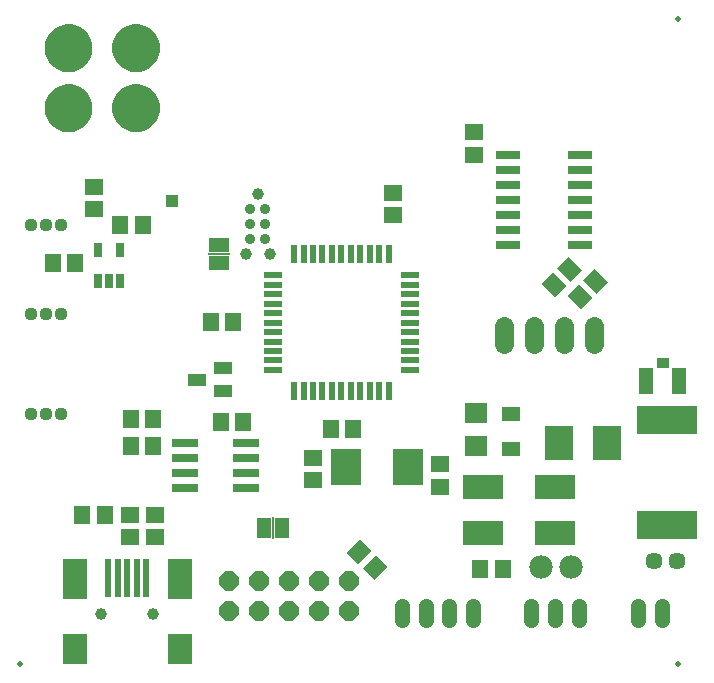
<source format=gbr>
G04 EAGLE Gerber X2 export*
%TF.Part,Single*%
%TF.FileFunction,Soldermask,Top,1*%
%TF.FilePolarity,Negative*%
%TF.GenerationSoftware,Autodesk,EAGLE,8.6.2*%
%TF.CreationDate,2018-02-22T14:22:40Z*%
G75*
%MOMM*%
%FSLAX34Y34*%
%LPD*%
%AMOC8*
5,1,8,0,0,1.08239X$1,22.5*%
G01*
%ADD10C,0.508000*%
%ADD11C,0.889000*%
%ADD12C,0.990600*%
%ADD13R,1.901600X1.701600*%
%ADD14R,1.501600X1.301600*%
%ADD15R,1.601600X0.601600*%
%ADD16R,0.601600X1.601600*%
%ADD17R,1.601600X1.401600*%
%ADD18R,1.401600X1.601600*%
%ADD19R,2.601600X3.101600*%
%ADD20R,2.101600X2.601600*%
%ADD21R,2.101600X3.401600*%
%ADD22R,0.601600X3.201600*%
%ADD23C,1.001600*%
%ADD24C,1.117600*%
%ADD25C,2.000000*%
%ADD26R,2.301600X0.701600*%
%ADD27R,1.006400X1.006400*%
%ADD28R,2.133600X0.762000*%
%ADD29R,5.181600X2.387600*%
%ADD30P,1.759533X8X202.500000*%
%ADD31R,1.270000X1.701800*%
%ADD32R,0.152400X1.828800*%
%ADD33R,3.501600X2.001600*%
%ADD34C,1.625600*%
%ADD35R,1.151600X2.301600*%
%ADD36R,1.101600X0.901600*%
%ADD37C,1.301600*%
%ADD38C,1.451600*%
%ADD39R,1.701800X1.270000*%
%ADD40R,1.828800X0.152400*%
%ADD41C,1.981200*%
%ADD42R,2.387600X2.895600*%
%ADD43R,1.501600X1.101600*%
%ADD44R,0.651600X1.301600*%


D10*
X574548Y17272D03*
X17272Y17272D03*
X574548Y563118D03*
D11*
X224790Y402590D03*
X224790Y389890D03*
X224790Y377190D03*
X212090Y377190D03*
X212090Y389890D03*
X212090Y402590D03*
D12*
X218440Y415290D03*
X208280Y364490D03*
X228600Y364490D03*
D13*
X403352Y201392D03*
X403352Y229392D03*
D14*
X432816Y228868D03*
X432816Y198868D03*
D15*
X231306Y346070D03*
X231306Y338070D03*
X231306Y330070D03*
X231306Y322070D03*
X231306Y314070D03*
X231306Y306070D03*
X231306Y298070D03*
X231306Y290070D03*
X231306Y282070D03*
X231306Y274070D03*
X231306Y266070D03*
D16*
X249306Y248070D03*
X257306Y248070D03*
X265306Y248070D03*
X273306Y248070D03*
X281306Y248070D03*
X289306Y248070D03*
X297306Y248070D03*
X305306Y248070D03*
X313306Y248070D03*
X321306Y248070D03*
X329306Y248070D03*
D15*
X347306Y266070D03*
X347306Y274070D03*
X347306Y282070D03*
X347306Y290070D03*
X347306Y298070D03*
X347306Y306070D03*
X347306Y314070D03*
X347306Y322070D03*
X347306Y330070D03*
X347306Y338070D03*
X347306Y346070D03*
D16*
X329306Y364070D03*
X321306Y364070D03*
X313306Y364070D03*
X305306Y364070D03*
X297306Y364070D03*
X289306Y364070D03*
X281306Y364070D03*
X273306Y364070D03*
X265306Y364070D03*
X257306Y364070D03*
X249306Y364070D03*
D17*
X265430Y172872D03*
X265430Y191872D03*
X372872Y167284D03*
X372872Y186284D03*
D18*
X280314Y215646D03*
X299314Y215646D03*
X178587Y306578D03*
X197587Y306578D03*
D19*
X293390Y183896D03*
X345690Y183896D03*
D20*
X152450Y29690D03*
X63450Y29690D03*
D21*
X152450Y88690D03*
X63450Y88690D03*
D22*
X91950Y89690D03*
X99950Y89690D03*
X107950Y89690D03*
X115950Y89690D03*
X123950Y89690D03*
D23*
X85950Y59690D03*
X129950Y59690D03*
D17*
X131572Y143612D03*
X131572Y124612D03*
X110236Y143612D03*
X110236Y124612D03*
D18*
X70002Y143256D03*
X89002Y143256D03*
D17*
X332994Y416154D03*
X332994Y397154D03*
D24*
X39116Y313182D03*
X51816Y313182D03*
X26416Y313182D03*
X39116Y388366D03*
X51816Y388366D03*
X26416Y388366D03*
X39370Y229108D03*
X52070Y229108D03*
X26670Y229108D03*
D25*
X48420Y538480D02*
X48423Y538725D01*
X48432Y538971D01*
X48447Y539216D01*
X48468Y539460D01*
X48495Y539704D01*
X48528Y539947D01*
X48567Y540190D01*
X48612Y540431D01*
X48663Y540671D01*
X48720Y540910D01*
X48782Y541147D01*
X48851Y541383D01*
X48925Y541617D01*
X49005Y541849D01*
X49090Y542079D01*
X49181Y542307D01*
X49278Y542532D01*
X49380Y542756D01*
X49488Y542976D01*
X49601Y543194D01*
X49719Y543409D01*
X49843Y543621D01*
X49971Y543830D01*
X50105Y544036D01*
X50244Y544238D01*
X50388Y544437D01*
X50537Y544632D01*
X50690Y544824D01*
X50848Y545012D01*
X51010Y545196D01*
X51178Y545375D01*
X51349Y545551D01*
X51525Y545722D01*
X51704Y545890D01*
X51888Y546052D01*
X52076Y546210D01*
X52268Y546363D01*
X52463Y546512D01*
X52662Y546656D01*
X52864Y546795D01*
X53070Y546929D01*
X53279Y547057D01*
X53491Y547181D01*
X53706Y547299D01*
X53924Y547412D01*
X54144Y547520D01*
X54368Y547622D01*
X54593Y547719D01*
X54821Y547810D01*
X55051Y547895D01*
X55283Y547975D01*
X55517Y548049D01*
X55753Y548118D01*
X55990Y548180D01*
X56229Y548237D01*
X56469Y548288D01*
X56710Y548333D01*
X56953Y548372D01*
X57196Y548405D01*
X57440Y548432D01*
X57684Y548453D01*
X57929Y548468D01*
X58175Y548477D01*
X58420Y548480D01*
X58665Y548477D01*
X58911Y548468D01*
X59156Y548453D01*
X59400Y548432D01*
X59644Y548405D01*
X59887Y548372D01*
X60130Y548333D01*
X60371Y548288D01*
X60611Y548237D01*
X60850Y548180D01*
X61087Y548118D01*
X61323Y548049D01*
X61557Y547975D01*
X61789Y547895D01*
X62019Y547810D01*
X62247Y547719D01*
X62472Y547622D01*
X62696Y547520D01*
X62916Y547412D01*
X63134Y547299D01*
X63349Y547181D01*
X63561Y547057D01*
X63770Y546929D01*
X63976Y546795D01*
X64178Y546656D01*
X64377Y546512D01*
X64572Y546363D01*
X64764Y546210D01*
X64952Y546052D01*
X65136Y545890D01*
X65315Y545722D01*
X65491Y545551D01*
X65662Y545375D01*
X65830Y545196D01*
X65992Y545012D01*
X66150Y544824D01*
X66303Y544632D01*
X66452Y544437D01*
X66596Y544238D01*
X66735Y544036D01*
X66869Y543830D01*
X66997Y543621D01*
X67121Y543409D01*
X67239Y543194D01*
X67352Y542976D01*
X67460Y542756D01*
X67562Y542532D01*
X67659Y542307D01*
X67750Y542079D01*
X67835Y541849D01*
X67915Y541617D01*
X67989Y541383D01*
X68058Y541147D01*
X68120Y540910D01*
X68177Y540671D01*
X68228Y540431D01*
X68273Y540190D01*
X68312Y539947D01*
X68345Y539704D01*
X68372Y539460D01*
X68393Y539216D01*
X68408Y538971D01*
X68417Y538725D01*
X68420Y538480D01*
X68417Y538235D01*
X68408Y537989D01*
X68393Y537744D01*
X68372Y537500D01*
X68345Y537256D01*
X68312Y537013D01*
X68273Y536770D01*
X68228Y536529D01*
X68177Y536289D01*
X68120Y536050D01*
X68058Y535813D01*
X67989Y535577D01*
X67915Y535343D01*
X67835Y535111D01*
X67750Y534881D01*
X67659Y534653D01*
X67562Y534428D01*
X67460Y534204D01*
X67352Y533984D01*
X67239Y533766D01*
X67121Y533551D01*
X66997Y533339D01*
X66869Y533130D01*
X66735Y532924D01*
X66596Y532722D01*
X66452Y532523D01*
X66303Y532328D01*
X66150Y532136D01*
X65992Y531948D01*
X65830Y531764D01*
X65662Y531585D01*
X65491Y531409D01*
X65315Y531238D01*
X65136Y531070D01*
X64952Y530908D01*
X64764Y530750D01*
X64572Y530597D01*
X64377Y530448D01*
X64178Y530304D01*
X63976Y530165D01*
X63770Y530031D01*
X63561Y529903D01*
X63349Y529779D01*
X63134Y529661D01*
X62916Y529548D01*
X62696Y529440D01*
X62472Y529338D01*
X62247Y529241D01*
X62019Y529150D01*
X61789Y529065D01*
X61557Y528985D01*
X61323Y528911D01*
X61087Y528842D01*
X60850Y528780D01*
X60611Y528723D01*
X60371Y528672D01*
X60130Y528627D01*
X59887Y528588D01*
X59644Y528555D01*
X59400Y528528D01*
X59156Y528507D01*
X58911Y528492D01*
X58665Y528483D01*
X58420Y528480D01*
X58175Y528483D01*
X57929Y528492D01*
X57684Y528507D01*
X57440Y528528D01*
X57196Y528555D01*
X56953Y528588D01*
X56710Y528627D01*
X56469Y528672D01*
X56229Y528723D01*
X55990Y528780D01*
X55753Y528842D01*
X55517Y528911D01*
X55283Y528985D01*
X55051Y529065D01*
X54821Y529150D01*
X54593Y529241D01*
X54368Y529338D01*
X54144Y529440D01*
X53924Y529548D01*
X53706Y529661D01*
X53491Y529779D01*
X53279Y529903D01*
X53070Y530031D01*
X52864Y530165D01*
X52662Y530304D01*
X52463Y530448D01*
X52268Y530597D01*
X52076Y530750D01*
X51888Y530908D01*
X51704Y531070D01*
X51525Y531238D01*
X51349Y531409D01*
X51178Y531585D01*
X51010Y531764D01*
X50848Y531948D01*
X50690Y532136D01*
X50537Y532328D01*
X50388Y532523D01*
X50244Y532722D01*
X50105Y532924D01*
X49971Y533130D01*
X49843Y533339D01*
X49719Y533551D01*
X49601Y533766D01*
X49488Y533984D01*
X49380Y534204D01*
X49278Y534428D01*
X49181Y534653D01*
X49090Y534881D01*
X49005Y535111D01*
X48925Y535343D01*
X48851Y535577D01*
X48782Y535813D01*
X48720Y536050D01*
X48663Y536289D01*
X48612Y536529D01*
X48567Y536770D01*
X48528Y537013D01*
X48495Y537256D01*
X48468Y537500D01*
X48447Y537744D01*
X48432Y537989D01*
X48423Y538235D01*
X48420Y538480D01*
X105570Y538480D02*
X105573Y538725D01*
X105582Y538971D01*
X105597Y539216D01*
X105618Y539460D01*
X105645Y539704D01*
X105678Y539947D01*
X105717Y540190D01*
X105762Y540431D01*
X105813Y540671D01*
X105870Y540910D01*
X105932Y541147D01*
X106001Y541383D01*
X106075Y541617D01*
X106155Y541849D01*
X106240Y542079D01*
X106331Y542307D01*
X106428Y542532D01*
X106530Y542756D01*
X106638Y542976D01*
X106751Y543194D01*
X106869Y543409D01*
X106993Y543621D01*
X107121Y543830D01*
X107255Y544036D01*
X107394Y544238D01*
X107538Y544437D01*
X107687Y544632D01*
X107840Y544824D01*
X107998Y545012D01*
X108160Y545196D01*
X108328Y545375D01*
X108499Y545551D01*
X108675Y545722D01*
X108854Y545890D01*
X109038Y546052D01*
X109226Y546210D01*
X109418Y546363D01*
X109613Y546512D01*
X109812Y546656D01*
X110014Y546795D01*
X110220Y546929D01*
X110429Y547057D01*
X110641Y547181D01*
X110856Y547299D01*
X111074Y547412D01*
X111294Y547520D01*
X111518Y547622D01*
X111743Y547719D01*
X111971Y547810D01*
X112201Y547895D01*
X112433Y547975D01*
X112667Y548049D01*
X112903Y548118D01*
X113140Y548180D01*
X113379Y548237D01*
X113619Y548288D01*
X113860Y548333D01*
X114103Y548372D01*
X114346Y548405D01*
X114590Y548432D01*
X114834Y548453D01*
X115079Y548468D01*
X115325Y548477D01*
X115570Y548480D01*
X115815Y548477D01*
X116061Y548468D01*
X116306Y548453D01*
X116550Y548432D01*
X116794Y548405D01*
X117037Y548372D01*
X117280Y548333D01*
X117521Y548288D01*
X117761Y548237D01*
X118000Y548180D01*
X118237Y548118D01*
X118473Y548049D01*
X118707Y547975D01*
X118939Y547895D01*
X119169Y547810D01*
X119397Y547719D01*
X119622Y547622D01*
X119846Y547520D01*
X120066Y547412D01*
X120284Y547299D01*
X120499Y547181D01*
X120711Y547057D01*
X120920Y546929D01*
X121126Y546795D01*
X121328Y546656D01*
X121527Y546512D01*
X121722Y546363D01*
X121914Y546210D01*
X122102Y546052D01*
X122286Y545890D01*
X122465Y545722D01*
X122641Y545551D01*
X122812Y545375D01*
X122980Y545196D01*
X123142Y545012D01*
X123300Y544824D01*
X123453Y544632D01*
X123602Y544437D01*
X123746Y544238D01*
X123885Y544036D01*
X124019Y543830D01*
X124147Y543621D01*
X124271Y543409D01*
X124389Y543194D01*
X124502Y542976D01*
X124610Y542756D01*
X124712Y542532D01*
X124809Y542307D01*
X124900Y542079D01*
X124985Y541849D01*
X125065Y541617D01*
X125139Y541383D01*
X125208Y541147D01*
X125270Y540910D01*
X125327Y540671D01*
X125378Y540431D01*
X125423Y540190D01*
X125462Y539947D01*
X125495Y539704D01*
X125522Y539460D01*
X125543Y539216D01*
X125558Y538971D01*
X125567Y538725D01*
X125570Y538480D01*
X125567Y538235D01*
X125558Y537989D01*
X125543Y537744D01*
X125522Y537500D01*
X125495Y537256D01*
X125462Y537013D01*
X125423Y536770D01*
X125378Y536529D01*
X125327Y536289D01*
X125270Y536050D01*
X125208Y535813D01*
X125139Y535577D01*
X125065Y535343D01*
X124985Y535111D01*
X124900Y534881D01*
X124809Y534653D01*
X124712Y534428D01*
X124610Y534204D01*
X124502Y533984D01*
X124389Y533766D01*
X124271Y533551D01*
X124147Y533339D01*
X124019Y533130D01*
X123885Y532924D01*
X123746Y532722D01*
X123602Y532523D01*
X123453Y532328D01*
X123300Y532136D01*
X123142Y531948D01*
X122980Y531764D01*
X122812Y531585D01*
X122641Y531409D01*
X122465Y531238D01*
X122286Y531070D01*
X122102Y530908D01*
X121914Y530750D01*
X121722Y530597D01*
X121527Y530448D01*
X121328Y530304D01*
X121126Y530165D01*
X120920Y530031D01*
X120711Y529903D01*
X120499Y529779D01*
X120284Y529661D01*
X120066Y529548D01*
X119846Y529440D01*
X119622Y529338D01*
X119397Y529241D01*
X119169Y529150D01*
X118939Y529065D01*
X118707Y528985D01*
X118473Y528911D01*
X118237Y528842D01*
X118000Y528780D01*
X117761Y528723D01*
X117521Y528672D01*
X117280Y528627D01*
X117037Y528588D01*
X116794Y528555D01*
X116550Y528528D01*
X116306Y528507D01*
X116061Y528492D01*
X115815Y528483D01*
X115570Y528480D01*
X115325Y528483D01*
X115079Y528492D01*
X114834Y528507D01*
X114590Y528528D01*
X114346Y528555D01*
X114103Y528588D01*
X113860Y528627D01*
X113619Y528672D01*
X113379Y528723D01*
X113140Y528780D01*
X112903Y528842D01*
X112667Y528911D01*
X112433Y528985D01*
X112201Y529065D01*
X111971Y529150D01*
X111743Y529241D01*
X111518Y529338D01*
X111294Y529440D01*
X111074Y529548D01*
X110856Y529661D01*
X110641Y529779D01*
X110429Y529903D01*
X110220Y530031D01*
X110014Y530165D01*
X109812Y530304D01*
X109613Y530448D01*
X109418Y530597D01*
X109226Y530750D01*
X109038Y530908D01*
X108854Y531070D01*
X108675Y531238D01*
X108499Y531409D01*
X108328Y531585D01*
X108160Y531764D01*
X107998Y531948D01*
X107840Y532136D01*
X107687Y532328D01*
X107538Y532523D01*
X107394Y532722D01*
X107255Y532924D01*
X107121Y533130D01*
X106993Y533339D01*
X106869Y533551D01*
X106751Y533766D01*
X106638Y533984D01*
X106530Y534204D01*
X106428Y534428D01*
X106331Y534653D01*
X106240Y534881D01*
X106155Y535111D01*
X106075Y535343D01*
X106001Y535577D01*
X105932Y535813D01*
X105870Y536050D01*
X105813Y536289D01*
X105762Y536529D01*
X105717Y536770D01*
X105678Y537013D01*
X105645Y537256D01*
X105618Y537500D01*
X105597Y537744D01*
X105582Y537989D01*
X105573Y538235D01*
X105570Y538480D01*
X48420Y487680D02*
X48423Y487925D01*
X48432Y488171D01*
X48447Y488416D01*
X48468Y488660D01*
X48495Y488904D01*
X48528Y489147D01*
X48567Y489390D01*
X48612Y489631D01*
X48663Y489871D01*
X48720Y490110D01*
X48782Y490347D01*
X48851Y490583D01*
X48925Y490817D01*
X49005Y491049D01*
X49090Y491279D01*
X49181Y491507D01*
X49278Y491732D01*
X49380Y491956D01*
X49488Y492176D01*
X49601Y492394D01*
X49719Y492609D01*
X49843Y492821D01*
X49971Y493030D01*
X50105Y493236D01*
X50244Y493438D01*
X50388Y493637D01*
X50537Y493832D01*
X50690Y494024D01*
X50848Y494212D01*
X51010Y494396D01*
X51178Y494575D01*
X51349Y494751D01*
X51525Y494922D01*
X51704Y495090D01*
X51888Y495252D01*
X52076Y495410D01*
X52268Y495563D01*
X52463Y495712D01*
X52662Y495856D01*
X52864Y495995D01*
X53070Y496129D01*
X53279Y496257D01*
X53491Y496381D01*
X53706Y496499D01*
X53924Y496612D01*
X54144Y496720D01*
X54368Y496822D01*
X54593Y496919D01*
X54821Y497010D01*
X55051Y497095D01*
X55283Y497175D01*
X55517Y497249D01*
X55753Y497318D01*
X55990Y497380D01*
X56229Y497437D01*
X56469Y497488D01*
X56710Y497533D01*
X56953Y497572D01*
X57196Y497605D01*
X57440Y497632D01*
X57684Y497653D01*
X57929Y497668D01*
X58175Y497677D01*
X58420Y497680D01*
X58665Y497677D01*
X58911Y497668D01*
X59156Y497653D01*
X59400Y497632D01*
X59644Y497605D01*
X59887Y497572D01*
X60130Y497533D01*
X60371Y497488D01*
X60611Y497437D01*
X60850Y497380D01*
X61087Y497318D01*
X61323Y497249D01*
X61557Y497175D01*
X61789Y497095D01*
X62019Y497010D01*
X62247Y496919D01*
X62472Y496822D01*
X62696Y496720D01*
X62916Y496612D01*
X63134Y496499D01*
X63349Y496381D01*
X63561Y496257D01*
X63770Y496129D01*
X63976Y495995D01*
X64178Y495856D01*
X64377Y495712D01*
X64572Y495563D01*
X64764Y495410D01*
X64952Y495252D01*
X65136Y495090D01*
X65315Y494922D01*
X65491Y494751D01*
X65662Y494575D01*
X65830Y494396D01*
X65992Y494212D01*
X66150Y494024D01*
X66303Y493832D01*
X66452Y493637D01*
X66596Y493438D01*
X66735Y493236D01*
X66869Y493030D01*
X66997Y492821D01*
X67121Y492609D01*
X67239Y492394D01*
X67352Y492176D01*
X67460Y491956D01*
X67562Y491732D01*
X67659Y491507D01*
X67750Y491279D01*
X67835Y491049D01*
X67915Y490817D01*
X67989Y490583D01*
X68058Y490347D01*
X68120Y490110D01*
X68177Y489871D01*
X68228Y489631D01*
X68273Y489390D01*
X68312Y489147D01*
X68345Y488904D01*
X68372Y488660D01*
X68393Y488416D01*
X68408Y488171D01*
X68417Y487925D01*
X68420Y487680D01*
X68417Y487435D01*
X68408Y487189D01*
X68393Y486944D01*
X68372Y486700D01*
X68345Y486456D01*
X68312Y486213D01*
X68273Y485970D01*
X68228Y485729D01*
X68177Y485489D01*
X68120Y485250D01*
X68058Y485013D01*
X67989Y484777D01*
X67915Y484543D01*
X67835Y484311D01*
X67750Y484081D01*
X67659Y483853D01*
X67562Y483628D01*
X67460Y483404D01*
X67352Y483184D01*
X67239Y482966D01*
X67121Y482751D01*
X66997Y482539D01*
X66869Y482330D01*
X66735Y482124D01*
X66596Y481922D01*
X66452Y481723D01*
X66303Y481528D01*
X66150Y481336D01*
X65992Y481148D01*
X65830Y480964D01*
X65662Y480785D01*
X65491Y480609D01*
X65315Y480438D01*
X65136Y480270D01*
X64952Y480108D01*
X64764Y479950D01*
X64572Y479797D01*
X64377Y479648D01*
X64178Y479504D01*
X63976Y479365D01*
X63770Y479231D01*
X63561Y479103D01*
X63349Y478979D01*
X63134Y478861D01*
X62916Y478748D01*
X62696Y478640D01*
X62472Y478538D01*
X62247Y478441D01*
X62019Y478350D01*
X61789Y478265D01*
X61557Y478185D01*
X61323Y478111D01*
X61087Y478042D01*
X60850Y477980D01*
X60611Y477923D01*
X60371Y477872D01*
X60130Y477827D01*
X59887Y477788D01*
X59644Y477755D01*
X59400Y477728D01*
X59156Y477707D01*
X58911Y477692D01*
X58665Y477683D01*
X58420Y477680D01*
X58175Y477683D01*
X57929Y477692D01*
X57684Y477707D01*
X57440Y477728D01*
X57196Y477755D01*
X56953Y477788D01*
X56710Y477827D01*
X56469Y477872D01*
X56229Y477923D01*
X55990Y477980D01*
X55753Y478042D01*
X55517Y478111D01*
X55283Y478185D01*
X55051Y478265D01*
X54821Y478350D01*
X54593Y478441D01*
X54368Y478538D01*
X54144Y478640D01*
X53924Y478748D01*
X53706Y478861D01*
X53491Y478979D01*
X53279Y479103D01*
X53070Y479231D01*
X52864Y479365D01*
X52662Y479504D01*
X52463Y479648D01*
X52268Y479797D01*
X52076Y479950D01*
X51888Y480108D01*
X51704Y480270D01*
X51525Y480438D01*
X51349Y480609D01*
X51178Y480785D01*
X51010Y480964D01*
X50848Y481148D01*
X50690Y481336D01*
X50537Y481528D01*
X50388Y481723D01*
X50244Y481922D01*
X50105Y482124D01*
X49971Y482330D01*
X49843Y482539D01*
X49719Y482751D01*
X49601Y482966D01*
X49488Y483184D01*
X49380Y483404D01*
X49278Y483628D01*
X49181Y483853D01*
X49090Y484081D01*
X49005Y484311D01*
X48925Y484543D01*
X48851Y484777D01*
X48782Y485013D01*
X48720Y485250D01*
X48663Y485489D01*
X48612Y485729D01*
X48567Y485970D01*
X48528Y486213D01*
X48495Y486456D01*
X48468Y486700D01*
X48447Y486944D01*
X48432Y487189D01*
X48423Y487435D01*
X48420Y487680D01*
X105570Y487680D02*
X105573Y487925D01*
X105582Y488171D01*
X105597Y488416D01*
X105618Y488660D01*
X105645Y488904D01*
X105678Y489147D01*
X105717Y489390D01*
X105762Y489631D01*
X105813Y489871D01*
X105870Y490110D01*
X105932Y490347D01*
X106001Y490583D01*
X106075Y490817D01*
X106155Y491049D01*
X106240Y491279D01*
X106331Y491507D01*
X106428Y491732D01*
X106530Y491956D01*
X106638Y492176D01*
X106751Y492394D01*
X106869Y492609D01*
X106993Y492821D01*
X107121Y493030D01*
X107255Y493236D01*
X107394Y493438D01*
X107538Y493637D01*
X107687Y493832D01*
X107840Y494024D01*
X107998Y494212D01*
X108160Y494396D01*
X108328Y494575D01*
X108499Y494751D01*
X108675Y494922D01*
X108854Y495090D01*
X109038Y495252D01*
X109226Y495410D01*
X109418Y495563D01*
X109613Y495712D01*
X109812Y495856D01*
X110014Y495995D01*
X110220Y496129D01*
X110429Y496257D01*
X110641Y496381D01*
X110856Y496499D01*
X111074Y496612D01*
X111294Y496720D01*
X111518Y496822D01*
X111743Y496919D01*
X111971Y497010D01*
X112201Y497095D01*
X112433Y497175D01*
X112667Y497249D01*
X112903Y497318D01*
X113140Y497380D01*
X113379Y497437D01*
X113619Y497488D01*
X113860Y497533D01*
X114103Y497572D01*
X114346Y497605D01*
X114590Y497632D01*
X114834Y497653D01*
X115079Y497668D01*
X115325Y497677D01*
X115570Y497680D01*
X115815Y497677D01*
X116061Y497668D01*
X116306Y497653D01*
X116550Y497632D01*
X116794Y497605D01*
X117037Y497572D01*
X117280Y497533D01*
X117521Y497488D01*
X117761Y497437D01*
X118000Y497380D01*
X118237Y497318D01*
X118473Y497249D01*
X118707Y497175D01*
X118939Y497095D01*
X119169Y497010D01*
X119397Y496919D01*
X119622Y496822D01*
X119846Y496720D01*
X120066Y496612D01*
X120284Y496499D01*
X120499Y496381D01*
X120711Y496257D01*
X120920Y496129D01*
X121126Y495995D01*
X121328Y495856D01*
X121527Y495712D01*
X121722Y495563D01*
X121914Y495410D01*
X122102Y495252D01*
X122286Y495090D01*
X122465Y494922D01*
X122641Y494751D01*
X122812Y494575D01*
X122980Y494396D01*
X123142Y494212D01*
X123300Y494024D01*
X123453Y493832D01*
X123602Y493637D01*
X123746Y493438D01*
X123885Y493236D01*
X124019Y493030D01*
X124147Y492821D01*
X124271Y492609D01*
X124389Y492394D01*
X124502Y492176D01*
X124610Y491956D01*
X124712Y491732D01*
X124809Y491507D01*
X124900Y491279D01*
X124985Y491049D01*
X125065Y490817D01*
X125139Y490583D01*
X125208Y490347D01*
X125270Y490110D01*
X125327Y489871D01*
X125378Y489631D01*
X125423Y489390D01*
X125462Y489147D01*
X125495Y488904D01*
X125522Y488660D01*
X125543Y488416D01*
X125558Y488171D01*
X125567Y487925D01*
X125570Y487680D01*
X125567Y487435D01*
X125558Y487189D01*
X125543Y486944D01*
X125522Y486700D01*
X125495Y486456D01*
X125462Y486213D01*
X125423Y485970D01*
X125378Y485729D01*
X125327Y485489D01*
X125270Y485250D01*
X125208Y485013D01*
X125139Y484777D01*
X125065Y484543D01*
X124985Y484311D01*
X124900Y484081D01*
X124809Y483853D01*
X124712Y483628D01*
X124610Y483404D01*
X124502Y483184D01*
X124389Y482966D01*
X124271Y482751D01*
X124147Y482539D01*
X124019Y482330D01*
X123885Y482124D01*
X123746Y481922D01*
X123602Y481723D01*
X123453Y481528D01*
X123300Y481336D01*
X123142Y481148D01*
X122980Y480964D01*
X122812Y480785D01*
X122641Y480609D01*
X122465Y480438D01*
X122286Y480270D01*
X122102Y480108D01*
X121914Y479950D01*
X121722Y479797D01*
X121527Y479648D01*
X121328Y479504D01*
X121126Y479365D01*
X120920Y479231D01*
X120711Y479103D01*
X120499Y478979D01*
X120284Y478861D01*
X120066Y478748D01*
X119846Y478640D01*
X119622Y478538D01*
X119397Y478441D01*
X119169Y478350D01*
X118939Y478265D01*
X118707Y478185D01*
X118473Y478111D01*
X118237Y478042D01*
X118000Y477980D01*
X117761Y477923D01*
X117521Y477872D01*
X117280Y477827D01*
X117037Y477788D01*
X116794Y477755D01*
X116550Y477728D01*
X116306Y477707D01*
X116061Y477692D01*
X115815Y477683D01*
X115570Y477680D01*
X115325Y477683D01*
X115079Y477692D01*
X114834Y477707D01*
X114590Y477728D01*
X114346Y477755D01*
X114103Y477788D01*
X113860Y477827D01*
X113619Y477872D01*
X113379Y477923D01*
X113140Y477980D01*
X112903Y478042D01*
X112667Y478111D01*
X112433Y478185D01*
X112201Y478265D01*
X111971Y478350D01*
X111743Y478441D01*
X111518Y478538D01*
X111294Y478640D01*
X111074Y478748D01*
X110856Y478861D01*
X110641Y478979D01*
X110429Y479103D01*
X110220Y479231D01*
X110014Y479365D01*
X109812Y479504D01*
X109613Y479648D01*
X109418Y479797D01*
X109226Y479950D01*
X109038Y480108D01*
X108854Y480270D01*
X108675Y480438D01*
X108499Y480609D01*
X108328Y480785D01*
X108160Y480964D01*
X107998Y481148D01*
X107840Y481336D01*
X107687Y481528D01*
X107538Y481723D01*
X107394Y481922D01*
X107255Y482124D01*
X107121Y482330D01*
X106993Y482539D01*
X106869Y482751D01*
X106751Y482966D01*
X106638Y483184D01*
X106530Y483404D01*
X106428Y483628D01*
X106331Y483853D01*
X106240Y484081D01*
X106155Y484311D01*
X106075Y484543D01*
X106001Y484777D01*
X105932Y485013D01*
X105870Y485250D01*
X105813Y485489D01*
X105762Y485729D01*
X105717Y485970D01*
X105678Y486213D01*
X105645Y486456D01*
X105618Y486700D01*
X105597Y486944D01*
X105582Y487189D01*
X105573Y487435D01*
X105570Y487680D01*
D26*
X208880Y179070D03*
X156880Y179070D03*
X208880Y166370D03*
X208880Y191770D03*
X208880Y204470D03*
X156880Y166370D03*
X156880Y191770D03*
X156880Y204470D03*
D27*
X146050Y408940D03*
D28*
X430022Y447802D03*
X491490Y447802D03*
X430022Y435102D03*
X430022Y422402D03*
X491490Y435102D03*
X491490Y422402D03*
X430022Y409702D03*
X491490Y409702D03*
X430022Y397002D03*
X430022Y384302D03*
X491490Y397002D03*
X491490Y384302D03*
X430022Y371602D03*
X491490Y371602D03*
D17*
X401574Y467208D03*
X401574Y448208D03*
D18*
G36*
X472097Y352103D02*
X482007Y362013D01*
X493331Y350689D01*
X483421Y340779D01*
X472097Y352103D01*
G37*
G36*
X458661Y338667D02*
X468571Y348577D01*
X479895Y337253D01*
X469985Y327343D01*
X458661Y338667D01*
G37*
G36*
X494195Y341943D02*
X504105Y351853D01*
X515429Y340529D01*
X505519Y330619D01*
X494195Y341943D01*
G37*
G36*
X480759Y328507D02*
X490669Y338417D01*
X501993Y327093D01*
X492083Y317183D01*
X480759Y328507D01*
G37*
D29*
X564896Y134874D03*
X564896Y223266D03*
D30*
X295910Y62230D03*
X270510Y62230D03*
X245110Y62230D03*
X219710Y62230D03*
X194310Y62230D03*
X295910Y87630D03*
X270510Y87630D03*
X245110Y87630D03*
X219710Y87630D03*
X194310Y87630D03*
D31*
X238760Y132080D03*
X223520Y132080D03*
D32*
X231140Y132080D03*
D33*
X408940Y166820D03*
X408940Y127820D03*
X469900Y166820D03*
X469900Y127820D03*
D18*
G36*
X318575Y109309D02*
X328485Y99399D01*
X317161Y88075D01*
X307251Y97985D01*
X318575Y109309D01*
G37*
G36*
X305139Y122745D02*
X315049Y112835D01*
X303725Y101511D01*
X293815Y111421D01*
X305139Y122745D01*
G37*
X426060Y97790D03*
X407060Y97790D03*
D34*
X426720Y288290D02*
X426720Y303530D01*
X452120Y303530D02*
X452120Y288290D01*
X477520Y288290D02*
X477520Y303530D01*
X502920Y303530D02*
X502920Y288290D01*
D35*
X547590Y256540D03*
X575090Y256540D03*
D36*
X561340Y271790D03*
D37*
X450175Y66165D02*
X450175Y54165D01*
X470175Y54165D02*
X470175Y66165D01*
X490175Y66165D02*
X490175Y54165D01*
X540660Y54165D02*
X540660Y66165D01*
X560660Y66165D02*
X560660Y54165D01*
X340640Y54165D02*
X340640Y66165D01*
X360640Y66165D02*
X360640Y54165D01*
X380640Y54165D02*
X380640Y66165D01*
X400640Y66165D02*
X400640Y54165D01*
D38*
X553880Y104140D03*
X573880Y104140D03*
D39*
X185420Y356870D03*
X185420Y372110D03*
D40*
X185420Y364490D03*
D41*
X458470Y99060D03*
X483870Y99060D03*
D42*
X473570Y204470D03*
X514490Y204470D03*
D43*
X188800Y248310D03*
X188800Y267310D03*
X166800Y257810D03*
D18*
X206350Y222250D03*
X187350Y222250D03*
D44*
X83210Y341330D03*
X92710Y341330D03*
X102210Y341330D03*
X102210Y367330D03*
X83210Y367330D03*
D18*
X45110Y356870D03*
X64110Y356870D03*
X102260Y388620D03*
X121260Y388620D03*
D17*
X80010Y401980D03*
X80010Y420980D03*
D18*
X130150Y224790D03*
X111150Y224790D03*
X111150Y201930D03*
X130150Y201930D03*
M02*

</source>
